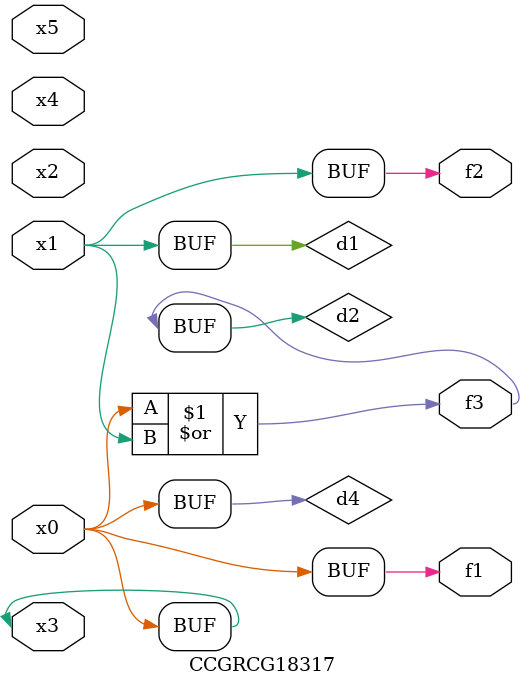
<source format=v>
module CCGRCG18317(
	input x0, x1, x2, x3, x4, x5,
	output f1, f2, f3
);

	wire d1, d2, d3, d4;

	and (d1, x1);
	or (d2, x0, x1);
	nand (d3, x0, x5);
	buf (d4, x0, x3);
	assign f1 = d4;
	assign f2 = d1;
	assign f3 = d2;
endmodule

</source>
